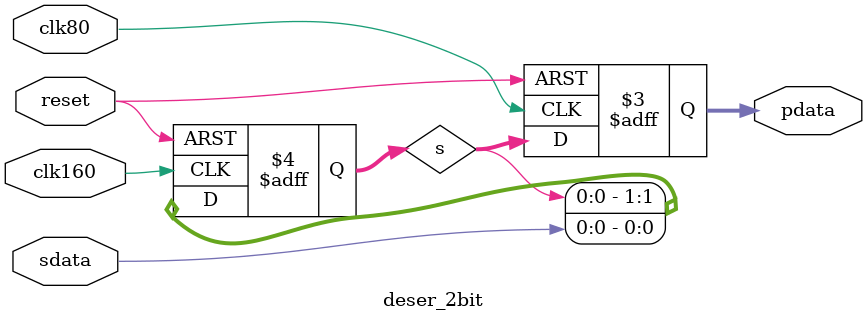
<source format=v>

`timescale 1 ns / 1 ps


module deser_2bit
(
	input clk160,
	input clk80,
	input reset,

	input sdata,
	output reg [1:0]pdata
);

	reg [1:0]s;
	
	always @(posedge clk160 or posedge reset)
	begin
		if (reset) s <= 0;
		else s <= {s[0], sdata};
	end

	always @(posedge clk80 or posedge reset)
	begin
		if (reset) pdata <= 0;
		else pdata <= s;
	end

endmodule

</source>
